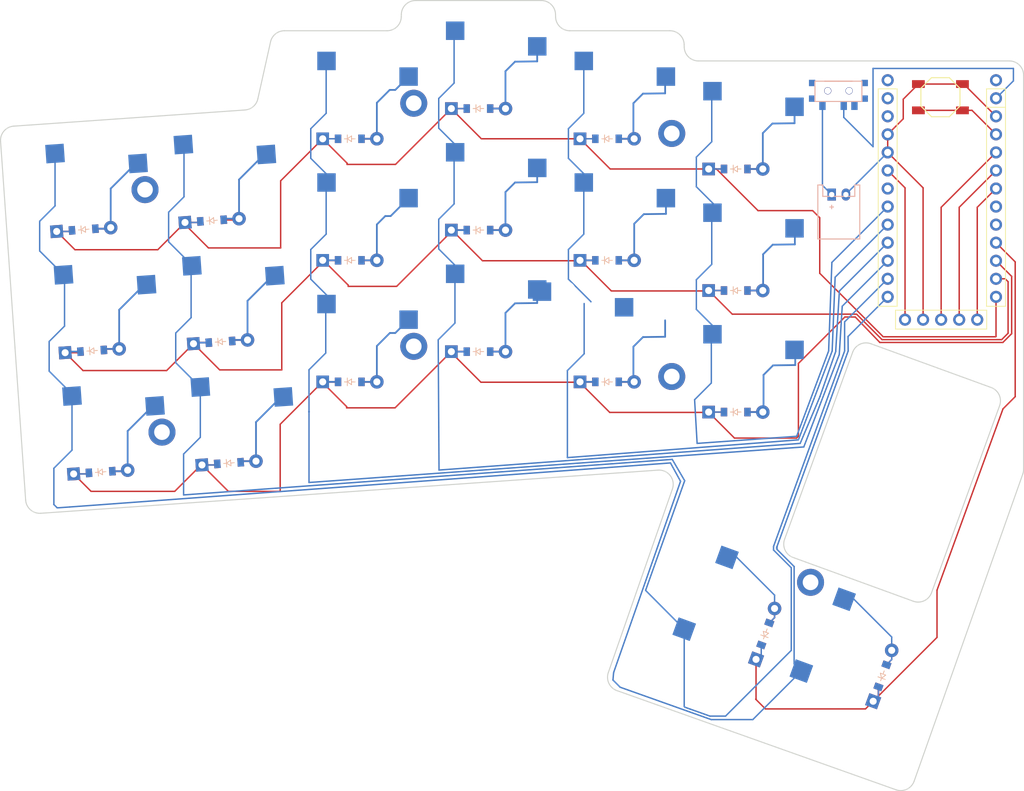
<source format=kicad_pcb>
(kicad_pcb (version 20240108) (generator "pcbnew") (generator_version "8.0")
  (layers (0 "F.Cu" signal) (31 "B.Cu" signal) (34 "B.Paste" user) (35 "F.Paste" user) (36 "B.SilkS" user "B.Silkscreen") (37 "F.SilkS" user "F.Silkscreen") (38 "B.Mask" user) (39 "F.Mask" user) (44 "Edge.Cuts" user))
  (net 0 "")
  (net 1 "P106")
  (net 2 "outer_bottom")
  (net 3 "outer_home")
  (net 4 "outer_top")
  (net 5 "P104")
  (net 6 "pinky_bottom")
  (net 7 "pinky_home")
  (net 8 "pinky_top")
  (net 9 "P011")
  (net 10 "ring_bottom")
  (net 11 "ring_home")
  (net 12 "ring_top")
  (net 13 "P100")
  (net 14 "middle_bottom")
  (net 15 "middle_home")
  (net 16 "middle_top")
  (net 17 "P024")
  (net 18 "index_bottom")
  (net 19 "index_home")
  (net 20 "index_top")
  (net 21 "P022")
  (net 22 "inner_bottom")
  (net 23 "inner_home")
  (net 24 "inner_top")
  (net 25 "home_cluster")
  (net 26 "outer_cluster")
  (net 27 "P111")
  (net 28 "P010")
  (net 29 "P009")
  (net 30 "P113")
  (net 31 "P006")
  (net 32 "P008")
  (net 33 "P017")
  (net 34 "P020")
  (net 35 "P031")
  (net 36 "P029")
  (net 37 "P002")
  (net 38 "P115")
  (net 39 "BPOS")
  (net 40 "BNEG")
  (net 41 "RAW")
  (net 42 "GND")
  (net 43 "RST")
  (net 44 "VCC")
  (net 45 "BAT+")
  (footprint "ComboDiode" (layer "F.Cu") (at 87.637313 84.972821 4)
    (property "Reference" "D2" (hide yes))
    (property "Value" "" (hide yes))
  )
  (footprint "ComboDiode" (layer "F.Cu") (at 141.981669 67.993008)
    (property "Reference" "D11" (hide yes))
    (property "Value" "" (hide yes))
  )
  (footprint "PG1350" (layer "F.Cu") (at 178.181669 71.493008)
    (property "Reference" "S17" (hide yes))
    (property "Value" "" (hide yes))
  )
  (footprint "JST_PH_S2B-PH-K_02x2.00mm_Angled" (layer "F.Cu") (at 192.681669 62.993008)
    (property "Reference" "JST1" (hide yes))
    (property "Value" "" (hide yes))
  )
  (footprint "PG1350" (layer "F.Cu") (at 88.481366 97.043346 4)
    (property "Reference" "S1" (hide yes))
    (property "Value" "" (hide yes))
  )
  (footprint "ComboDiode" (layer "F.Cu") (at 141.981669 85.093008)
    (property "Reference" "D10" (hide yes))
    (property "Value" "" (hide yes))
  )
  (footprint "ComboDiode" (layer "F.Cu") (at 105.693222 83.710229 4)
    (property "Reference" "D5" (hide yes))
    (property "Value" "" (hide yes))
  )
  (footprint "PG1350" (layer "F.Cu") (at 178.181669 88.593008)
    (property "Reference" "S16" (hide yes))
    (property "Value" "" (hide yes))
  )
  (footprint "ComboDiode" (layer "F.Cu") (at 198.820682 130.698572 70)
    (property "Reference" "D20" (hide yes))
    (property "Value" "" (hide yes))
  )
  (footprint "ceoloide:mounting_hole_plated" (layer "F.Cu") (at 97.459443 96.415538 4)
    (property "Reference" "H2" (hide yes))
    (property "Value" "")
  )
  (footprint "ComboDiode" (layer "F.Cu") (at 160.081669 72.243008)
    (property "Reference" "D14" (hide yes))
    (property "Value" "" (hide yes))
  )
  (footprint "E73:SW_TACT_ALPS_SKQGABE010" (layer "F.Cu") (at 206.981669 49.293008)
    (property "Reference" "B1" (hide yes))
    (property "Value" "" (hide yes))
  )
  (footprint "ComboDiode" (layer "F.Cu") (at 178.181669 76.493008)
    (property "Reference" "D17" (hide yes))
    (property "Value" "" (hide yes))
  )
  (footprint "PG1350" (layer "F.Cu") (at 87.28853 79.985001 4)
    (property "Reference" "S2" (hide yes))
    (property "Value" "" (hide yes))
  )
  (footprint "PG1350" (layer "F.Cu") (at 160.081669 67.243008)
    (property "Reference" "S14" (hide yes))
    (property "Value" "" (hide yes))
  )
  (footprint "ComboDiode" (layer "F.Cu") (at 160.081669 89.343008)
    (property "Reference" "D13" (hide yes))
    (property "Value" "" (hide yes))
  )
  (footprint "ComboDiode" (layer "F.Cu") (at 160.081669 55.143008)
    (property "Reference" "D15" (hide yes))
    (property "Value" "" (hide yes))
  )
  (footprint "ComboDiode" (layer "F.Cu") (at 88.830148 102.031166 4)
    (property "Reference" "D1" (hide yes))
    (property "Value" "" (hide yes))
  )
  (footprint "PG1350" (layer "F.Cu") (at 86.095695 62.926655 4)
    (property "Reference" "S3" (hide yes))
    (property "Value" "" (hide yes))
  )
  (footprint "ComboDiode" (layer "F.Cu") (at 178.181669 93.593008)
    (property "Reference" "D16" (hide yes))
    (property "Value" "" (hide yes))
  )
  (footprint "PG1350" (layer "F.Cu") (at 104.151604 61.664063 4)
    (property "Reference" "S6" (hide yes))
    (property "Value" "" (hide yes))
  )
  (footprint "ComboDiode" (layer "F.Cu") (at 104.500386 66.651883 4)
    (property "Reference" "D6" (hide yes))
    (property "Value" "" (hide yes))
  )
  (footprint "PG1350" (layer "F.Cu") (at 123.881669 84.343008)
    (property "Reference" "S7" (hide yes))
    (property "Value" "" (hide yes))
  )
  (footprint "ceoloide:mounting_hole_plated" (layer "F.Cu") (at 169.181669 88.593008)
    (property "Reference" "H6" (hide yes))
    (property "Value" "")
  )
  (footprint "PG1350" (layer "F.Cu") (at 141.981669 62.993008)
    (property "Reference" "S11" (hide yes))
    (property "Value" "" (hide yes))
  )
  (footprint "ComboDiode" (layer "F.Cu") (at 123.881669 89.343008)
    (property "Reference" "D7" (hide yes))
    (property "Value" "" (hide yes))
  )
  (footprint "E73:SPDT_C128955" (layer "F.Cu") (at 192.631669 48.393008)
    (property "Reference" "T1" (hide yes))
    (property "Value" "" (hide yes))
  )
  (footprint "PG1350" (layer "F.Cu") (at 177.643396 123.097088 70)
    (property "Reference" "S19" (hide yes))
    (property "Value" "" (hide yes))
  )
  (footprint "ComboDiode" (layer "F.Cu") (at 123.881669 55.143008)
    (property "Reference" "D9" (hide yes))
    (property "Value" "" (hide yes))
  )
  (footprint "PG1350" (layer "F.Cu") (at 141.981669 80.093008)
    (property "Reference" "S10" (hide yes))
    (property "Value" "" (hide yes))
  )
  (footprint "ComboDiode" (layer "F.Cu") (at 86.444477 67.914476 4)
    (property "Reference" "D3" (hide yes))
    (property "Value" "" (hide yes))
  )
  (footprint "ComboDiode" (layer "F.Cu") (at 178.181669 59.393008)
    (property "Reference" "D18" (hide yes))
    (property "Value" "" (hide yes))
  )
  (footprint "ceoloide:mounting_hole_plated" (layer "F.Cu") (at 188.708965 117.547026 70)
    (property "Reference" "H7" (hide yes))
    (property "Value" "")
  )
  (footprint "PG1350" (layer "F.Cu") (at 178.181669 54.393008)
    (property "Reference" "S18" (hide yes))
    (property "Value" "" (hide yes))
  )
  (footprint "ceoloide:mounting_hole_plated" (layer "F.Cu") (at 132.881669 50.143008)
    (property "Reference" "H3" (hide yes))
    (property "Value" "")
  )
  (footprint "ceoloide:display_nice_view" (layer "F.Cu") (at 207.081669 63.893008)
    (property "Reference" "DISP1" (hide yes))
    (property "Value" "")
  )
  (footprint "PG1350" (layer "F.Cu") (at 154.2 82.6)
    (property "Reference" "S13" (hide yes))
    (property "Value" "" (hide yes))
  )
  (footprint "ComboDiode" (layer "F.Cu") (at 141.981669 50.893008)
    (property "Reference" "D12" (hide yes))
    (property "Value" "" (hide yes))
  )
  (footprint "PG1350" (layer "F.Cu") (at 194.122219 128.988472 70)
    (property "Reference" "S20" (hide yes))
    (property "Value" "" (hide yes))
  )
  (footprint "nice_nano" (layer "F.Cu") (at 207.181669 62.143008)
    (property "Reference" "")
    (property "Value" "")
  )
  (footprint "PG1350" (layer "F.Cu") (at 160.081669 50.143008)
    (property "Reference" "S15" (hide yes))
    (property "Value" "" (hide yes))
  )
  (footprint "ComboDiode" (layer "F.Cu") (at 123.881669 72.243008)
    (property "Reference" "D8" (hide yes))
    (property "Value" "" (hide yes))
  )
  (footprint "ceoloide:mounting_hole_plated" (layer "F.Cu") (at 169.181669 54.393008)
    (property "Reference" "H5" (hide yes))
    (property "Value" "")
  )
  (footprint "ceoloide:mounting_hole_plated" (layer "F.Cu") (at 95.073771 62.298847 4)
    (property "Reference" "H1" (hide yes))
    (property "Value" "")
  )
  (footprint "PG1350" (layer "F.Cu") (at 123.881669 67.243008)
    (property "Reference" "S8" (hide yes))
    (property "Value" "" (hide yes))
  )
  (footprint "PG1350" (layer "F.Cu") (at 105.34444 78.722408 4)
    (property "Reference" "S5" (hide yes))
    (property "Value" "" (hide yes))
  )
  (footprint "PG1350" (layer "F.Cu") (at 141.981669 45.893008)
    (property "Reference" "S12" (hide yes))
    (property "Value" "" (hide yes))
  )
  (footprint "ComboDiode" (layer "F.Cu") (at 106.886058 100.768574 4)
    (property "Reference" "D4" (hide yes))
    (property "Value" "" (hide yes))
  )
  (footprint "PG1350" (layer "F.Cu") (at 106.537275 95.780754 4)
    (property "Reference" "S4" (hide yes))
    (property "Value" "" (hide yes))
  )
  (footprint "PG1350" (layer "F.Cu") (at 123.881669 50.143008)
    (property "Reference" "S9" (hide yes))
    (property "Value" "" (hide yes))
  )
  (footprint "ComboDiode" (layer "F.Cu") (at 182.341859 124.807189 70)
    (property "Reference" "D19" (hide yes))
    (property "Value" "" (hide yes))
  )
  (footprint "ceoloide:mounting_hole_plated" (layer "F.Cu") (at 132.881669 84.343008)
    (property "Reference" "H4" (hide yes))
    (property "Value" "")
  )
  (gr_arc (start 110.946839 49.530312) (mid 110.299465 50.611351) (end 109.134164 51.090741) (stroke (width 0.15)) (layer "Edge.Cuts"))
  (gr_arc (start 203.283937 145.515944) (mid 202.258738 146.654413) (end 200.728737 146.733426) (stroke (width 0.15)) (layer "Edge.Cuts"))
  (gr_line (start 161.475426 132.78374) (end 200.728737 146.733426) (stroke (width 0.15)) (layer "Edge.Cuts"))
  (gr_line (start 194.633332 85.17509) (end 185.056768 111.486484) (stroke (width 0.15)) (layer "Edge.Cuts"))
  (gr_arc (start 214.111224 90.136107) (mid 215.2398 91.170256) (end 215.30657 92.699533) (stroke (width 0.15)) (layer "Edge.Cuts"))
  (gr_arc (start 172.935163 44.193007) (mid 171.537682 43.623757) (end 170.935717 42.240054) (stroke (width 0.15)) (layer "Edge.Cuts"))
  (gr_arc (start 205.730006 119.010926) (mid 204.695857 120.139502) (end 203.16658 120.206272) (stroke (width 0.15)) (layer "Edge.Cuts"))
  (gr_arc (start 154.835163 39.943007) (mid 153.437682 39.373757) (end 152.835717 37.990054) (stroke (width 0.15)) (layer "Edge.Cuts"))
  (gr_line (start 80.414318 107.832356) (end 167.246393 101.760466) (stroke (width 0.15)) (layer "Edge.Cuts"))
  (gr_line (start 214.111224 90.136108) (end 197.196757 83.979745) (stroke (width 0.15)) (layer "Edge.Cuts"))
  (gr_arc (start 74.75 55.5) (mid 75.235709 54.048369) (end 76.605615 53.365359) (stroke (width 0.15)) (layer "Edge.Cuts"))
  (gr_arc (start 150.828174 35.693009) (mid 152.225655 36.262259) (end 152.82762 37.645962) (stroke (width 0.15)) (layer "Edge.Cuts"))
  (gr_line (start 216.681669 44.193008) (end 172.935163 44.193008) (stroke (width 0.15)) (layer "Edge.Cuts"))
  (gr_line (start 186.252113 114.049909) (end 203.16658 120.206272) (stroke (width 0.15)) (layer "Edge.Cuts"))
  (gr_arc (start 80.414318 107.832356) (mid 78.962687 107.346647) (end 78.279677 105.976741) (stroke (width 0.15)) (layer "Edge.Cuts"))
  (gr_line (start 203.283937 145.515944) (end 218.56715 102.316705) (stroke (width 0.15)) (layer "Edge.Cuts"))
  (gr_line (start 170.935717 42.240054) (end 170.92762 41.895962) (stroke (width 0.15)) (layer "Edge.Cuts"))
  (gr_arc (start 218.681669 101.649651) (mid 218.652831 101.988057) (end 218.56715 102.316705) (stroke (width 0.15)) (layer "Edge.Cuts"))
  (gr_line (start 150.828174 35.693008) (end 133.135163 35.693008) (stroke (width 0.15)) (layer "Edge.Cuts"))
  (gr_arc (start 216.681669 44.193008) (mid 218.095883 44.778794) (end 218.681669 46.193008) (stroke (width 0.15)) (layer "Edge.Cuts"))
  (gr_arc (start 112.733119 41.508309) (mid 113.434187 40.382656) (end 114.685307 39.943008) (stroke (width 0.15)) (layer "Edge.Cuts"))
  (gr_line (start 112.733119 41.50831) (end 110.946839 49.530312) (stroke (width 0.15)) (layer "Edge.Cuts"))
  (gr_arc (start 168.928174 39.943009) (mid 170.325655 40.512259) (end 170.92762 41.895962) (stroke (width 0.15)) (layer "Edge.Cuts"))
  (gr_line (start 152.835717 37.990054) (end 152.82762 37.645962) (stroke (width 0.15)) (layer "Edge.Cuts"))
  (gr_line (start 169.274114 104.414889) (end 160.256936 130.239909) (stroke (width 0.15)) (layer "Edge.Cuts"))
  (gr_line (start 218.681669 101.649651) (end 218.681669 46.193008) (stroke (width 0.15)) (layer "Edge.Cuts"))
  (gr_arc (start 186.252113 114.049909) (mid 185.123538 113.015761) (end 185.056768 111.486484) (stroke (width 0.15)) (layer "Edge.Cuts"))
  (gr_arc (start 194.633332 85.17509) (mid 195.66748 84.046515) (end 197.196757 83.979745) (stroke (width 0.15)) (layer "Edge.Cuts"))
  (gr_line (start 76.605615 53.365359) (end 109.134164 51.090741) (stroke (width 0.15)) (layer "Edge.Cuts"))
  (gr_arc (start 131.135716 37.645962) (mid 131.737681 36.262258) (end 133.135163 35.693008) (stroke (width 0.15)) (layer "Edge.Cuts"))
  (gr_arc (start 167.246393 101.760466) (mid 168.975237 102.541499) (end 169.274114 104.414889) (stroke (width 0.15)) (layer "Edge.Cuts"))
  (gr_line (start 205.730005 119.010927) (end 215.306569 92.699533) (stroke (width 0.15)) (layer "Edge.Cuts"))
  (gr_line (start 168.928174 39.943008) (end 154.835163 39.943008) (stroke (width 0.15)) (layer "Edge.Cuts"))
  (gr_line (start 131.135717 37.645963) (end 131.12762 37.990054) (stroke (width 0.15)) (layer "Edge.Cuts"))
  (gr_arc (start 161.475426 132.783741) (mid 160.341394 131.763197) (end 160.256936 130.239909) (stroke (width 0.15)) (layer "Edge.Cuts"))
  (gr_arc (start 131.127621 37.990054) (mid 130.525656 39.373758) (end 129.128174 39.943008) (stroke (width 0.15)) (layer "Edge.Cuts"))
  (gr_line (start 129.128174 39.943008) (end 114.685307 39.943008) (stroke (width 0.15)) (layer "Edge.Cuts"))
  (gr_line (start 74.75 55.5) (end 78.279677 105.976741) (stroke (width 0.15)) (layer "Edge.Cuts"))
  (segment (start 82.719907 107.069668) (end 82.25 106.599761) (width 0.2) (layer "B.Cu") (net 1))
  (segment (start 161.923452 132.306196) (end 160.90964 131.292384) (width 0.2) (layer "B.Cu") (net 1))
  (segment (start 82.25 106.599761) (end 82.25 101.5) (width 0.2) (layer "B.Cu") (net 1))
  (segment (start 180.58505 136.856827) (end 174.728568 136.856827) (width 0.2) (layer "B.Cu") (net 1))
  (segment (start 84.799293 98.950707) (end 84.799293 91.336292) (width 0.2) (layer "B.Cu") (net 1))
  (segment (start 187.410932 130.030945) (end 186.396664 129.016677) (width 0.2) (layer "B.Cu") (net 1))
  (segment (start 83.75 81.5) (end 81.586378 83.663622) (width 0.2) (layer "B.Cu") (net 1))
  (segment (start 81.586378 83.663622) (end 81.586378 87.835112) (width 0.2) (layer "B.Cu") (net 1))
  (segment (start 183.911438 112.721403) (end 194 85) (width 0.2) (layer "B.Cu") (net 1))
  (segment (start 80.25 66.75) (end 80.25 70.92149) (width 0.2) (layer "B.Cu") (net 1))
  (segment (start 193.984088 82.960589) (end 199.561669 77.383008) (width 0.2) (layer "B.Cu") (net 1))
  (segment (start 187.410932 130.030945) (end 180.58505 136.856827) (width 0.2) (layer "B.Cu") (net 1))
  (segment (start 183.992484 112.919608) (end 183.992484 112.5) (width 0.2) (layer "B.Cu") (net 1))
  (segment (start 82.413622 64.586378) (end 80.25 66.75) (width 0.2) (layer "B.Cu") (net 1))
  (segment (start 80.25 70.92149) (end 83.606457 74.277947) (width 0.2) (layer "B.Cu") (net 1))
  (segment (start 82.25 101.5) (end 84.799293 98.950707) (width 0.2) (layer "B.Cu") (net 1))
  (segment (start 186.396664 129.016677) (end 186.396664 115.323788) (width 0.2) (layer "B.Cu") (net 1))
  (segment (start 82.413622 57.219601) (end 82.413622 64.586378) (width 0.2) (layer "B.Cu") (net 1))
  (segment (start 174.728568 136.856827) (end 161.923452 132.306196) (width 0.2) (layer "B.Cu") (net 1))
  (segment (start 170.416667 103.333333) (end 169 100.75) (width 0.2) (layer "B.Cu") (net 1))
  (segment (start 83.75 74.133223) (end 83.75 81.5) (width 0.2) (layer "B.Cu") (net 1))
  (segment (start 84.461393 106.947891) (end 82.719907 107.069668) (width 0.2) (layer "B.Cu") (net 1))
  (segment (start 194 85) (end 193.984088 82.960589) (width 0.2) (layer "B.Cu") (net 1))
  (segment (start 81.586378 87.835112) (end 84.942835 91.191569) (width 0.2) (layer "B.Cu") (net 1))
  (segment (start 186.396664 115.323788) (end 183.992484 112.919608) (width 0.2) (layer "B.Cu") (net 1))
  (segment (start 161 130.25) (end 170.416667 103.333333) (width 0.2) (layer "B.Cu") (net 1))
  (segment (start 169 100.75) (end 84.461393 106.947891) (width 0.2) (layer "B.Cu") (net 1))
  (segment (start 160.90964 131.292384) (end 161 130.25) (width 0.2) (layer "B.Cu") (net 1))
  (segment (start 90.476129 101.916068) (end 92.480193 101.916068) (width 0.25) (layer "F.Cu") (net 2))
  (segment (start 92.480193 101.916068) (end 92.630867 101.765394) (width 0.25) (layer "F.Cu") (net 2))
  (segment (start 92.630867 101.765394) (end 92.630867 96.263102) (width 0.25) (layer "B.Cu") (net 2))
  (segment (start 90.476129 101.916068) (end 92.480193 101.916068) (width 0.25) (layer "B.Cu") (net 2))
  (segment (start 92.480193 101.916068) (end 92.630867 101.765394) (width 0.25) (layer "B.Cu") (net 2))
  (segment (start 92.630867 96.263102) (end 96.168723 92.725246) (width 0.25) (layer "B.Cu") (net 2))
  (segment (start 96.168723 92.725246) (end 96.474622 92.725246) (width 0.25) (layer "B.Cu") (net 2))
  (segment (start 89.433968 84.707049) (end 89.283294 84.857723) (width 0.25) (layer "F.Cu") (net 3))
  (segment (start 91.438032 84.707049) (end 89.433968 84.707049) (width 0.25) (layer "F.Cu") (net 3))
  (segment (start 94.975887 75.666901) (end 95.281786 75.666901) (width 0.25) (layer "B.Cu") (net 3))
  (segment (start 89.433968 84.707049) (end 89.283294 84.857723) (width 0.25) (layer "B.Cu") (net 3))
  (segment (start 91.438032 79.204756) (end 94.975887 75.666901) (width 0.25) (layer "B.Cu") (net 3))
  (segment (start 91.438032 84.707049) (end 89.433968 84.707049) (width 0.25) (layer "B.Cu") (net 3))
  (segment (start 91.438032 84.707049) (end 91.438032 79.204756) (width 0.25) (layer "B.Cu") (net 3))
  (segment (start 90.094522 67.799378) (end 90.245196 67.648704) (width 0.25) (layer "F.Cu") (net 4))
  (segment (start 88.090458 67.799378) (end 90.094522 67.799378) (width 0.25) (layer "F.Cu") (net 4))
  (segment (start 90.245196 67.648704) (end 90.245196 62.146411) (width 0.25) (layer "B.Cu") (net 4))
  (segment (start 90.094522 67.799378) (end 90.245196 67.648704) (width 0.25) (layer "B.Cu") (net 4))
  (segment (start 93.783052 58.608555) (end 94.088951 58.608555) (width 0.25) (layer "B.Cu") (net 4))
  (segment (start 90.245196 62.146411) (end 93.783052 58.608555) (width 0.25) (layer "B.Cu") (net 4))
  (segment (start 88.090458 67.799378) (end 90.094522 67.799378) (width 0.25) (layer "B.Cu") (net 4))
  (segment (start 171.789817 135.387958) (end 174.546985 136.367789) (width 0.2) (layer "B.Cu") (net 5))
  (segment (start 176.75 136.367789) (end 185.996664 127.121125) (width 0.2) (layer "B.Cu") (net 5))
  (segment (start 100.5 99.5) (end 100.5 105.25) (width 0.2) (layer "B.Cu") (net 5))
  (segment (start 171.045033 135.12328) (end 171.789817 135.387958) (width 0.2) (layer "B.Cu") (net 5))
  (segment (start 174.546985 136.367789) (end 176.75 136.367789) (width 0.2) (layer "B.Cu") (net 5))
  (segment (start 102.855202 90.0737) (end 102.855202 97.144798) (width 0.2) (layer "B.Cu") (net 5))
  (segment (start 185.996664 115.496664) (end 183.5 113) (width 0.2) (layer "B.Cu") (net 5))
  (segment (start 100.557165 55.941654) (end 100.557165 63.308431) (width 0.2) (layer "B.Cu") (net 5))
  (segment (start 99.393543 86.643543) (end 102.75 90) (width 0.2) (layer "B.Cu") (net 5))
  (segment (start 100.5 105.25) (end 169.25 100.25) (width 0.2) (layer "B.Cu") (net 5))
  (segment (start 98.393543 65.472053) (end 98.393543 69.643543) (width 0.2) (layer "B.Cu") (net 5))
  (segment (start 171 103.25) (end 165.5 118.679712) (width 0.2) (layer "B.Cu") (net 5))
  (segment (start 193.5 80.904677) (end 199.561669 74.843008) (width 0.2) (layer "B.Cu") (net 5))
  (segment (start 169.25 100.25) (end 171 103.25) (width 0.2) (layer "B.Cu") (net 5))
  (segment (start 100.557165 63.308431) (end 98.393543 65.472053) (width 0.2) (layer "B.Cu") (net 5))
  (segment (start 183.5 113) (end 183.5 112.5) (width 0.2) (layer "B.Cu") (net 5))
  (segment (start 170.932109 135.010356) (end 171.045033 135.12328) (width 0.2) (layer "B.Cu") (net 5))
  (segment (start 170.932109 124.139561) (end 170.932109 135.010356) (width 0.2) (layer "B.Cu") (net 5))
  (segment (start 183.5 112.5) (end 193.5 85) (width 0.2) (layer "B.Cu") (net 5))
  (segment (start 101.557165 72.941654) (end 101.557165 80.308431) (width 0.2) (layer "B.Cu") (net 5))
  (segment (start 99.393543 82.472053) (end 99.393543 86.643543) (width 0.2) (layer "B.Cu") (net 5))
  (segment (start 165.5 118.679712) (end 170.932109 124.139561) (width 0.2) (layer "B.Cu") (net 5))
  (segment (start 102.855202 97.144798) (end 100.5 99.5) (width 0.2) (layer "B.Cu") (net 5))
  (segment (start 101.557165 80.308431) (end 99.393543 82.472053) (width 0.2) (layer "B.Cu") (net 5))
  (segment (start 98.393543 69.643543) (end 101.75 73) (width 0.2) (layer "B.Cu") (net 5))
  (segment (start 185.996664 127.121125) (end 185.996664 115.496664) (width 0.2) (layer "B.Cu") (net 5))
  (segment (start 193.5 85) (end 193.5 80.904677) (width 0.2) (layer "B.Cu") (net 5))
  (segment (start 110.686777 100.502802) (end 108.682713 100.502802) (width 0.25) (layer "F.Cu") (net 6))
  (segment (start 108.682713 100.502802) (end 108.532039 100.653476) (width 0.25) (layer "F.Cu") (net 6))
  (segment (start 110.686777 100.502802) (end 110.686777 95.000509) (width 0.25) (layer "B.Cu") (net 6))
  (segment (start 110.686777 100.502802) (end 108.682713 100.502802) (width 0.25) (layer "B.Cu") (net 6))
  (segment (start 108.682713 100.502802) (end 108.532039 100.653476) (width 0.25) (layer "B.Cu") (net 6))
  (segment (start 110.686777 95.000509) (end 114.224632 91.462654) (width 0.25) (layer "B.Cu") (net 6))
  (segment (start 114.224632 91.462654) (end 114.530531 91.462654) (width 0.25) (layer "B.Cu") (net 6))
  (segment (start 109.493941 83.444457) (end 107.489877 83.444457) (width 0.25) (layer "F.Cu") (net 7))
  (segment (start 107.489877 83.444457) (end 107.339203 83.595131) (width 0.25) (layer "F.Cu") (net 7))
  (segment (start 109.493941 83.444457) (end 107.489877 83.444457) (width 0.25) (layer "B.Cu") (net 7))
  (segment (start 113.031797 74.404308) (end 113.337696 74.404308) (width 0.25) (layer "B.Cu") (net 7))
  (segment (start 107.489877 83.444457) (end 107.339203 83.595131) (width 0.25) (layer "B.Cu") (net 7))
  (segment (start 109.493941 83.444457) (end 109.493941 77.942164) (width 0.25) (layer "B.Cu") (net 7))
  (segment (start 109.493941 77.942164) (end 113.031797 74.404308) (width 0.25) (layer "B.Cu") (net 7))
  (segment (start 106.146367 66.536785) (end 108.150431 66.536785) (width 0.25) (layer "F.Cu") (net 8))
  (segment (start 108.150431 66.536785) (end 108.301105 66.386111) (width 0.25) (layer "F.Cu") (net 8))
  (segment (start 108.301105 66.386111) (end 108.301105 60.883819) (width 0.25) (layer "B.Cu") (net 8))
  (segment (start 111.838961 57.345963) (end 112.14486 57.345963) (width 0.25) (layer "B.Cu") (net 8))
  (segment (start 108.301105 66.386111) (end 106.297041 66.386111) (width 0.25) (layer "B.Cu") (net 8))
  (segment (start 108.301105 60.883819) (end 111.838961 57.345963) (width 0.25) (layer "B.Cu") (net 8))
  (segment (start 106.297041 66.386111) (end 106.146367 66.536785) (width 0.25) (layer "B.Cu") (net 8))
  (segment (start 118.139606 93.5665) (end 118.139612 93.5665) (width 0.2) (layer "B.Cu") (net 9))
  (segment (start 120.557165 61.191654) (end 120.557165 68.558431) (width 0.2) (layer "B.Cu") (net 9))
  (segment (start 120.557165 44.191654) (end 120.557165 51.558431) (width 0.2) (layer "B.Cu") (net 9))
  (segment (start 193.165861 78.698816) (end 199.561669 72.303008) (width 0.2) (layer "B.Cu") (net 9))
  (segment (start 118.393543 53.722053) (end 118.393543 57.893543) (width 0.2) (layer "B.Cu") (net 9))
  (segment (start 120.5 85.285549) (end 118.144798 87.640751) (width 0.2) (layer "B.Cu") (net 9))
  (segment (start 118.393543 74.893543) (end 121.75 78.25) (width 0.2) (layer "B.Cu") (net 9))
  (segment (start 118.144798 93.5) (end 118.144798 93.566137) (width 0.2) (layer "B.Cu") (net 9))
  (segment (start 120.5 78.214451) (end 120.5 85.285549) (width 0.2) (layer "B.Cu") (net 9))
  (segment (start 192.75 85.5) (end 193.165861 78.698816) (width 0.2) (layer "B.Cu") (net 9))
  (segment (start 120.557165 51.558431) (end 118.393543 53.722053) (width 0.2) (layer "B.Cu") (net 9))
  (segment (start 118.144798 103.5) (end 187.756873 98.5) (width 0.2) (layer "B.Cu") (net 9))
  (segment (start 118.144798 87.640751) (end 118.144798 93.5) (width 0.2) (layer "B.Cu") (net 9))
  (segment (start 118.144798 93.566137) (end 118.139606 93.5665) (width 0.2) (layer "B.Cu") (net 9))
  (segment (start 118.393543 57.893543) (end 121.75 61.25) (width 0.2) (layer "B.Cu") (net 9))
  (segment (start 118.393543 70.722053) (end 118.393543 74.893543) (width 0.2) (layer "B.Cu") (net 9))
  (segment (start 118.144798 93.5) (end 118.144798 103.5) (width 0.2) (layer "B.Cu") (net 9))
  (segment (start 187.75 98.517894) (end 192.75 85.5) (width 0.2) (layer "B.Cu") (net 9))
  (segment (start 120.557165 68.558431) (end 118.393543 70.722053) (width 0.2) (layer "B.Cu") (net 9))
  (segment (start 127.691669 89.343008) (end 125.531669 89.343008) (width 0.25) (layer "F.Cu") (net 10))
  (segment (start 129.522985 82.468008) (end 130.281669 82.468008) (width 0.25) (layer "B.Cu") (net 10))
  (segment (start 130.281669 82.468008) (end 132.156669 80.593008) (width 0.25) (layer "B.Cu") (net 10))
  (segment (start 127.691669 89.343008) (end 127.691669 84.299324) (width 0.25) (layer "B.Cu") (net 10))
  (segment (start 127.691669 84.299324) (end 129.522985 82.468008) (width 0.25) (layer "B.Cu") (net 10))
  (segment (start 125.531669 89.343008) (end 127.691669 89.343008) (width 0.25) (layer "B.Cu") (net 10))
  (segment (start 125.531669 72.243008) (end 127.691669 72.243008) (width 0.25) (layer "F.Cu") (net 11))
  (segment (start 127.691669 67.199324) (end 128.873885 66.017108) (width 0.25) (layer "B.Cu") (net 11))
  (segment (start 128.873885 66.017108) (end 129.632569 66.017108) (width 0.25) (layer "B.Cu") (net 11))
  (segment (start 127.691669 72.243008) (end 127.691669 67.199324) (width 0.25) (layer "B.Cu") (net 11))
  (segment (start 125.531669 72.243008) (end 127.691669 72.243008) (width 0.25) (layer "B.Cu") (net 11))
  (segment (start 129.632569 66.017108) (end 132.156669 63.493008) (width 0.25) (layer "B.Cu") (net 11))
  (segment (start 125.531669 55.143008) (end 127.691669 55.143008) (width 0.25) (layer "F.Cu") (net 12))
  (segment (start 127.691669 55.143008) (end 127.691669 50.076339) (width 0.25) (layer "B.Cu") (net 12))
  (segment (start 130.281669 48.268008) (end 132.156669 46.393008) (width 0.25) (layer "B.Cu") (net 12))
  (segment (start 129.5 48.268008) (end 130.281669 48.268008) (width 0.25) (layer "B.Cu") (net 12))
  (segment (start 125.531669 55.143008) (end 127.691669 55.143008) (width 0.25) (layer "B.Cu") (net 12))
  (segment (start 127.691669 50.076339) (end 129.5 48.268008) (width 0.25) (layer "B.Cu") (net 12))
  (segment (start 199.561669 69.763008) (end 192.765861 76.558816) (width 0.2) (layer "B.Cu") (net 13))
  (segment (start 136.393543 53.643543) (end 139.75 57) (width 0.2) (layer "B.Cu") (net 13))
  (segment (start 192.25 85) (end 192.25 85.071066) (width 0.2) (layer "B.Cu") (net 13))
  (segment (start 138.557165 39.941654) (end 138.557165 47.308431) (width 0.2) (layer "B.Cu") (net 13))
  (segment (start 138.557165 56.941654) (end 138.557165 64.308431) (width 0.2) (layer "B.Cu") (net 13))
  (segment (start 190.027011 91.425958) (end 187.25 98) (width 0.2) (layer "B.Cu") (net 13))
  (segment (start 138.557165 64.308431) (end 136.393543 66.472053) (width 0.2) (layer "B.Cu") (net 13))
  (segment (start 136.322399 83.427601) (end 138.677601 81.072399) (width 0.2) (layer "B.Cu") (net 13))
  (segment (start 190.027012 91.425957) (end 190.027011 91.425958) (width 0.2) (layer "B.Cu") (net 13))
  (segment (start 138.677601 81.072399) (end 138.677601 74.001301) (width 0.2) (layer "B.Cu") (net 13))
  (segment (start 136.393543 49.472053) (end 136.393543 53.643543) (width 0.2) (layer "B.Cu") (net 13))
  (segment (start 187.25 98) (end 136.437292 101.75) (width 0.2) (layer "B.Cu") (net 13))
  (segment (start 136.437292 101.75) (end 136.322399 83.427601) (width 0.2) (layer "B.Cu") (net 13))
  (segment (start 138.557165 47.308431) (end 136.393543 49.472053) (width 0.2) (layer "B.Cu") (net 13))
  (segment (start 192.765861 76.558816) (end 192.25 85) (width 0.2) (layer "B.Cu") (net 13))
  (segment (start 192.25 85.071066) (end 190.027012 91.425957) (width 0.2) (layer "B.Cu") (net 13))
  (segment (start 136.393543 66.472053) (end 136.393543 70.643543) (width 0.2) (layer "B.Cu") (net 13))
  (segment (start 136.393543 70.643543) (end 139.75 74) (width 0.2) (layer "B.Cu") (net 13))
  (segment (start 143.631669 85.093008) (end 145.791669 85.093008) (width 0.25) (layer "F.Cu") (net 14))
  (segment (start 143.631669 85.093008) (end 145.791669 85.093008) (width 0.25) (layer "B.Cu") (net 14))
  (segment (start 145.785 84.686339) (end 145.785 79.642655) (width 0.25) (layer "B.Cu") (net 14))
  (segment (start 150.25 78.25) (end 150.25 75.936339) (width 0.25) (layer "B.Cu") (net 14))
  (segment (start 147.134324 78.293331) (end 150.25 78.25) (width 0.25) (layer "B.Cu") (net 14))
  (segment (start 145.785 79.642655) (end 147.134324 78.293331) (width 0.25) (layer "B.Cu") (net 14))
  (segment (start 145.791669 67.993008) (end 143.631669 67.993008) (width 0.25) (layer "F.Cu") (net 15))
  (segment (start 145.785 62.642655) (end 147.134324 61.293331) (width 0.25) (layer "B.Cu") (net 15))
  (segment (start 145.785 67.686339) (end 145.785 62.642655) (width 0.25) (layer "B.Cu") (net 15))
  (segment (start 143.631669 67.993008) (end 145.791669 67.993008) (width 0.25) (layer "B.Cu") (net 15))
  (segment (start 150.25 61.25) (end 150.25 58.936339) (width 0.25) (layer "B.Cu") (net 15))
  (segment (start 147.134324 61.293331) (end 150.25 61.25) (width 0.25) (layer "B.Cu") (net 15))
  (segment (start 143.631669 50.893008) (end 145.791669 50.893008) (width 0.25) (layer "F.Cu") (net 16))
  (segment (start 145.791669 50.893008) (end 143.631669 50.893008) (width 0.25) (layer "B.Cu") (net 16))
  (segment (start 145.785 50.686339) (end 145.785 45.642655) (width 0.25) (layer "B.Cu") (net 16))
  (segment (start 150.25 44.25) (end 150.25 41.936339) (width 0.25) (layer "B.Cu") (net 16))
  (segment (start 145.785 45.642655) (end 147.134324 44.293331) (width 0.25) (layer "B.Cu") (net 16))
  (segment (start 147.134324 44.293331) (end 150.25 44.25) (width 0.25) (layer "B.Cu") (net 16))
  (segment (start 156.855202 85.394798) (end 154.5 87.75) (width 0.2) (layer "B.Cu") (net 17))
  (segment (start 156.807165 51.558431) (end 154.643543 53.722053) (width 0.2) (layer "B.Cu") (net 17))
  (segment (start 154.643543 74.893543) (end 158 78.25) (width 0.2) (layer "B.Cu") (net 17))
  (segment (start 156.807165 61.191654) (end 156.807165 68.558431) (width 0.2) (layer "B.Cu") (net 17))
  (segment (start 154.5 100) (end 187 97.5) (width 0.2) (layer "B.Cu") (net 17))
  (segment (start 156.807165 68.558431) (end 154.643543 70.722053) (width 0.2) (layer "B.Cu") (net 17))
  (segment (start 156.807165 44.191654) (end 156.807165 51.558431) (width 0.2) (layer "B.Cu") (net 17))
  (segment (start 154.643543 57.893543) (end 158 61.25) (width 0.2) (layer "B.Cu") (net 17))
  (segment (start 154.643543 70.722053) (end 154.643543 74.893543) (width 0.2) (layer "B.Cu") (net 17))
  (segment (start 187 97.5) (end 191.75 85) (width 0.2) (layer "B.Cu") (net 17))
  (segment (start 154.5 87.75) (end 154.5 100) (width 0.2) (layer "B.Cu") (net 17))
  (segment (start 154.643543 53.722053) (end 154.643543 57.893543) (width 0.2) (layer "B.Cu") (net 17))
  (segment (start 192.166846 74.617831) (end 199.561669 67.223008) (width 0.2) (layer "B.Cu") (net 17))
  (segment (start 191.75 85) (end 192.166846 74.617831) (width 0.2) (layer "B.Cu") (net 17))
  (segment (start 156.855202 78.3237) (end 156.855202 85.394798) (width 0.2) (layer "B.Cu") (net 17))
  (segment (start 161.731669 89.343008) (end 163.891669 89.343008) (width 0.25) (layer "F.Cu") (net 18))
  (segment (start 165.134324 83.043331) (end 168.25 83) (width 0.25) (layer "B.Cu") (net 18))
  (segment (start 163.785 84.392655) (end 165.134324 83.043331) (width 0.25) (layer "B.Cu") (net 18))
  (segment (start 163.785 89.436339) (end 163.785 84.392655) (width 0.25) (layer "B.Cu") (net 18))
  (segment (start 161.731669 89.343008) (end 163.891669 89.343008) (width 0.25) (layer "B.Cu") (net 18))
  (segment (start 168.25 83) (end 168.25 80.686339) (width 0.25) (layer "B.Cu") (net 18))
  (segment (start 163.891669 72.243008) (end 161.731669 72.243008) (width 0.25) (layer "F.Cu") (net 19))
  (segment (start 163.891669 72.243008) (end 161.731669 72.243008) (width 0.25) (layer "B.Cu") (net 19))
  (segment (start 163.900676 72.143008) (end 163.900676 67.099324) (width 0.25) (layer "B.Cu") (net 19))
  (segment (start 165.25 65.75) (end 168.365676 65.706669) (width 0.25) (layer "B.Cu") (net 19))
  (segment (start 163.900676 67.099324) (end 165.25 65.75) (width 0.25) (layer "B.Cu") (net 19))
  (segment (start 168.365676 65.706669) (end 168.365676 63.393008) (width 0.25) (layer "B.Cu") (net 19))
  (segment (start 161.731669 55.143008) (end 163.891669 55.143008) (width 0.25) (layer "F.Cu") (net 20))
  (segment (start 161.731669 55.143008) (end 163.891669 55.143008) (width 0.25) (layer "B.Cu") (net 20))
  (segment (start 168.25 48.75) (end 168.25 46.436339) (width 0.25) (layer "B.Cu") (net 20))
  (segment (start 165.134324 48.793331) (end 168.25 48.75) (width 0.25) (layer "B.Cu") (net 20))
  (segment (start 163.785 50.142655) (end 165.134324 48.793331) (width 0.25) (layer "B.Cu") (net 20))
  (segment (start 163.785 55.186339) (end 163.785 50.142655) (width 0.25) (layer "B.Cu") (net 20))
  (segment (start 172.643543 61.893543) (end 176 65.25) (width 0.2) (layer "B.Cu") (net 21))
  (segment (start 174.75 89.5) (end 172.394798 91.855202) (width 0.2) (layer "B.Cu") (net 21))
  (segment (start 172.75 98) (end 186.75 97) (width 0.2) (layer "B.Cu") (net 21))
  (segment (start 172.643543 79.143543) (end 176 82.5) (width 0.2) (layer "B.Cu") (net 21))
  (segment (start 191.25 85) (end 191.710286 72.534391) (width 0.2) (layer "B.Cu") (net 21))
  (segment (start 174.807165 72.808431) (end 172.643543 74.972053) (width 0.2) (layer "B.Cu") (net 21))
  (segment (start 174.807165 55.558431) (end 172.643543 57.722053) (width 0.2) (layer "B.Cu") (net 21))
  (segment (start 191.710286 72.534391) (end 199.561669 64.683008) (width 0.2) (layer "B.Cu") (net 21))
  (segment (start 172.643543 57.722053) (end 172.643543 61.893543) (width 0.2) (layer "B.Cu") (net 21))
  (segment (start 172.394798 91.855202) (end 172.75 98) (width 0.2) (layer "B.Cu") (net 21))
  (segment (start 174.75 82.428902) (end 174.75 89.5) (width 0.2) (layer "B.Cu") (net 21))
  (segment (start 174.807165 48.191654) (end 174.807165 55.558431) (width 0.2) (layer "B.Cu") (net 21))
  (segment (start 172.643543 74.972053) (end 172.643543 79.143543) (width 0.2) (layer "B.Cu") (net 21))
  (segment (start 186.75 97) (end 191.25 85) (width 0.2) (layer "B.Cu") (net 21))
  (segment (start 174.807165 65.441654) (end 174.807165 72.808431) (width 0.2) (layer "B.Cu") (net 21))
  (segment (start 181.991669 93.593008) (end 179.831669 93.593008) (width 0.25) (layer "F.Cu") (net 22))
  (segment (start 183.442162 87.021665) (end 186.557838 86.978334) (width 0.25) (layer "B.Cu") (net 22))
  (segment (start 182.092838 88.370989) (end 183.442162 87.021665) (width 0.25) (layer "B.Cu") (net 22))
  (segment (start 179.831669 93.593008) (end 181.991669 93.593008) (width 0.25) (layer "B.Cu") (net 22))
  (segment (start 182.092838 93.414673) (end 182.092838 88.370989) (width 0.25) (layer "B.Cu") (net 22))
  (segment (start 186.557838 86.978334) (end 186.557838 84.664673) (width 0.25) (layer "B.Cu") (net 22))
  (segment (start 181.991669 76.493008) (end 179.831669 76.493008) (width 0.25) (layer "F.Cu") (net 23))
  (segment (start 181.991669 76.493008) (end 179.831669 76.493008) (width 0.25) (layer "B.Cu") (net 23))
  (segment (start 182.035 71.392655) (end 183.384324 70.043331) (width 0.25) (layer "B.Cu") (net 23))
  (segment (start 182.035 76.436339) (end 182.035 71.392655) (width 0.25) (layer "B.Cu") (net 23))
  (segment (start 186.5 70) (end 186.5 67.686339) (width 0.25) (layer "B.Cu") (net 23))
  (segment (start 183.384324 70.043331) (end 186.5 70) (width 0.25) (layer "B.Cu") (net 23))
  (segment (start 179.831669 59.393008) (end 181.991669 59.393008) (width 0.25) (layer "F.Cu") (net 24))
  (segment (start 186.456669 52.956669) (end 186.456669 50.643008) (width 0.25) (layer "B.Cu") (net 24))
  (segment (start 181.991669 59.393008) (end 181.991669 54.349324) (width 0.25) (layer "B.Cu") (net 24))
  (segment (start 181.991669 59.393008) (end 179.831669 59.393008) (width 0.25) (layer "B.Cu") (net 24))
  (segment (start 181.991669 54.349324) (end 183.340993 53) (width 0.25) (layer "B.Cu") (net 24))
  (segment (start 183.340993 53) (end 186.456669 52.956669) (width 0.25) (layer "B.Cu") (net 24))
  (segment (start 183.644956 121.22696) (end 183.644956 122.517932) (width 0.2) (layer "F.Cu") (net 25))
  (segment (start 183.644956 122.517932) (end 182.906192 123.256696) (width 0.2) (layer "F.Cu") (net 25))
  (segment (start 178.333196 114.038556) (end 183.644956 119.350316) (width 0.2) (layer "B.Cu") (net 25))
  (segment (start 183.644956 119.350316) (end 183.644956 121.22696) (width 0.2) (layer "B.Cu") (net 25))
  (segment (start 183.644956 121.22696) (end 183.644956 122.517932) (width 0.2) (layer "B.Cu") (net 25))
  (segment (start 183.644956 122.517932) (end 182.906192 123.256696) (width 0.2) (layer "B.Cu") (net 25))
  (segment (start 176.949765 114.038556) (end 178.333196 114.038556) (width 0.2) (layer "B.Cu") (net 25))
  (segment (start 200.123779 127.118343) (end 200.123779 128.409315) (width 0.2) (layer "F.Cu") (net 26))
  (segment (start 200.123779 128.409315) (end 199.385015 129.148079) (width 0.2) (layer "F.Cu") (net 26))
  (segment (start 200.123779 125.2417) (end 200.123779 127.118343) (width 0.2) (layer "B.Cu") (net 26))
  (segment (start 193.428588 119.92994) (end 194.812019 119.92994) (width 0.2) (layer "B.Cu") (net 26))
  (segment (start 200.123779 127.118343) (end 200.123779 128.409315) (width 0.2) (layer "B.Cu") (net 26))
  (segment (start 200.123779 128.409315) (end 199.385015 129.148079) (width 0.2) (layer "B.Cu") (net 26))
  (segment (start 194.812019 119.92994) (end 200.123779 125.2417) (width 0.2) (layer "B.Cu") (net 26))
  (segment (start 214.801669 72.303008) (end 217 74.501339) (width 0.2) (layer "F.Cu") (net 27))
  (segment (start 156.271669 89.343008) (end 158.431669 89.343008) (width 0.25) (layer "F.Cu") (net 27))
  (segment (start 123.435323 92.821339) (end 120.006992 89.393008) (width 0.2) (layer "F.Cu") (net 27))
  (segment (start 87.482491 104.75) (end 85.029429 102.296938) (width 0.2) (layer "F.Cu") (net 27))
  (segment (start 103.085339 101.034346) (end 102.965654 101.034346) (width 0.2) (layer "F.Cu") (net 27))
  (segment (start 105.089403 101.034346) (end 105.240077 100.883672) (width 0.2) (layer "F.Cu") (net 27))
  (segment (start 138.106992 85.171669) (end 138.106992 85.143008) (width 0.2) (layer "F.Cu") (net 27))
  (segment (start 85.029429 102.296938) (end 87.033493 102.296938) (width 0.2) (layer "F.Cu") (net 27))
  (segment (start 198.457196 83.8) (end 195 80.217103) (width 0.2) (layer "F.Cu") (net 27))
  (segment (start 174.371669 93.593008) (end 176.531669 93.593008) (width 0.2) (layer "F.Cu") (net 27))
  (segment (start 174.306992 93.643008) (end 160.456992 93.643008) (width 0.2) (layer "F.Cu") (net 27))
  (segment (start 122.231669 89.343008) (end 120.071669 89.343008) (width 0.25) (layer "F.Cu") (net 27))
  (segment (start 120.006992 89.393008) (end 114.089135 95.310865) (width 0.2) (layer "F.Cu") (net 27))
  (segment (start 138.106992 85.143008) (end 130.25 93) (width 0.2) (layer "F.Cu") (net 27))
  (segment (start 102.965654 101.034346) (end 99.25 104.75) (width 0.2) (layer "F.Cu") (net 27))
  (segment (start 114.089135 95.310865) (end 114.089135 104.75) (width 0.2) (layer "F.Cu") (net 27))
  (segment (start 142.328331 89.393008) (end 138.106992 85.171669) (width 0.2) (layer "F.Cu") (net 27))
  (segment (start 123.435323 93) (end 123.435323 92.821339) (width 0.2) (layer "F.Cu") (net 27))
  (segment (start 160.456992 93.643008) (end 156.206992 89.393008) (width 0.2) (layer "F.Cu") (net 27))
  (segment (start 103.085339 101.034346) (end 106.800993 104.75) (width 0.2) (layer "F.Cu") (net 27))
  (segment (start 174.371669 93.593008) (end 174.371669 93.621669) (width 0.2) (layer "F.Cu") (net 27))
  (segment (start 186.75 97.25) (end 187 97) (width 0.2) (layer "F.Cu") (net 27))
  (segment (start 216.9 82.665686) (end 215.765686 83.8) (width 0.2) (layer "F.Cu") (net 27))
  (segment (start 106.800993 104.75) (end 114.089135 104.75) (width 0.2) (layer "F.Cu") (net 27))
  (segment (start 187 97) (end 187 86.75) (width 0.2) (layer "F.Cu") (net 27))
  (segment (start 217 82.565685) (end 216.9 82.665686) (width 0.2) (layer "F.Cu") (net 27))
  (segment (start 87.033493 102.296938) (end 87.184167 102.146264) (width 0.2) (layer "F.Cu") (net 27))
  (segment (start 174.371669 93.621669) (end 178 97.25) (width 0.2) (layer "F.Cu") (net 27))
  (segment (start 215.765686 83.8) (end 198.457196 83.8) (width 0.2) (layer "F.Cu") (net 27))
  (segment (start 187 86.75) (end 193.532897 80.217103) (width 0.2) (layer "F.Cu") (net 27))
  (segment (start 156.206992 89.393008) (end 142.328331 89.393008) (width 0.2) (layer "F.Cu") (net 27))
  (segment (start 103.085339 101.034346) (end 105.089403 101.034346) (width 0.2) (layer "F.Cu") (net 27))
  (segment (start 130.25 93) (end 123.435323 93) (width 0.2) (layer "F.Cu") (net 27))
  (segment (start 138.171669 85.093008) (end 140.331669 85.093008) (width 0.25) (layer "F.Cu") (net 27))
  (segment (start 217 74.501339) (end 217 82.565685) (width 0.2) (layer "F.Cu") (net 27))
  (segment (start 193.532897 80.217103) (end 195 80.217103) (width 0.2) (layer "F.Cu") (net 27))
  (segment (start 178 97.25) (end 186.75 97.25) (width 0.2) (layer "F.Cu") (net 27))
  (segment (start 99.25 104.75) (end 87.482491 104.75) (width 0.2) (layer "F.Cu") (net 27))
  (segment (start 120.071669 89.343008) (end 122.231669 89.343008) (width 0.25) (layer "B.Cu") (net 27))
  (segment (start 156.271669 89.343008) (end 158.431669 89.343008) (width 0.25) (layer "B.Cu") (net 27))
  (segment (start 85.029429 102.296938) (end 87.033493 102.296938) (width 0.2) (layer "B.Cu") (net 27))
  (segment (start 105.089403 101.034346) (end 105.240077 100.883672) (width 0.2) (layer "B.Cu") (net 27))
  (segment (start 87.033493 102.296938) (end 87.184167 102.146264) (width 0.2) (layer "B.Cu") (net 27))
  (segment (start 174.371669 93.593008) (end 176.531669 93.593008) (width 0.2) (layer "B.Cu") (net 27))
  (segment (start 103.085339 101.034346) (end 105.089403 101.034346) (width 0.2) (layer "B.Cu") (net 27))
  (segment (start 138.171669 85.093008) (end 140.331669 85.093008) (width 0.25) (layer "B.Cu") (net 27))
  (segment (start 198.765794 83.4) (end 215.6 83.4) (width 0.2) (layer "F.Cu") (net 28))
  (segment (start 156.431545 72.302884) (end 142.552884 72.302884) (width 0.2) (layer "F.Cu") (net 28))
  (segment (start 138.331545 68.081545) (end 138.331545 68.052884) (width 0.2) (layer "F.Cu") (net 28))
  (segment (start 120.071669 72.243008) (end 122.231669 72.243008) (width 0.25) (layer "F.Cu") (net 28))
  (segment (start 85.840658 85.238593) (end 85.991332 85.087919) (width 0.2) (layer "F.Cu") (net 28))
  (segment (start 138.171669 67.993008) (end 140.331669 67.993008) (width 0.25) (layer "F.Cu") (net 28))
  (segment (start 114.313688 78.220741) (end 114.313688 87.659876) (width 0.2) (layer "F.Cu") (net 28))
  (segment (start 158.431669 72.243008) (end 156.271669 72.243008) (width 0.25) (layer "F.Cu") (net 28))
  (segment (start 123.659876 75.909876) (end 123.659876 75.731215) (width 0.2) (layer "F.Cu") (net 28))
  (segment (start 123.659876 75.731215) (end 120.231545 72.302884) (width 0.2) (layer "F.Cu") (net 28))
  (segment (start 83.836594 85.238593) (end 85.840658 85.238593) (width 0.2) (layer "F.Cu") (net 28))
  (segment (start 86.348001 87.75) (end 83.836594 85.238593) (width 0.2) (layer "F.Cu") (net 28))
  (segment (start 130.474553 75.909876) (end 123.659876 75.909876) (width 0.2) (layer "F.Cu") (net 28))
  (segment (start 216.5 75.25) (end 216.093008 74.843008) (width 0.2) (layer "F.Cu") (net 28))
  (segment (start 105.576378 87.659876) (end 101.892503 83.976001) (width 0.2) (layer "F.Cu") (net 28))
  (segment (start 114.313688 87.659876) (end 105.576378 87.659876) (width 0.2) (layer "F.Cu") (net 28))
  (segment (start 174.371669 76.493008) (end 177.695764 79.817103) (width 0.2) (layer "F.Cu") (net 28))
  (segment (start 102.043177 83.825327) (end 101.892503 83.976001) (width 0.25) (layer "F.Cu") (net 28))
  (segment (start 160.681545 76.552884) (end 156.431545 72.302884) (width 0.2) (layer "F.Cu") (net 28))
  (segment (start 120.231545 72.302884) (end 114.313688 78.220741) (width 0.2) (layer "F.Cu") (net 28))
  (segment (start 177.695764 79.817103) (end 195.182897 79.817103) (width 0.2) (layer "F.Cu") (net 28))
  (segment (start 215.6 83.4) (end 216.5 82.5) (width 0.2) (layer "F.Cu") (net 28))
  (segment (start 174.531545 76.552884) (end 160.681545 76.552884) (width 0.2) (layer "F.Cu") (net 28))
  (segment (start 174.371669 76.493008) (end 176.531669 76.493008) (width 0.2) (layer "F.Cu") (net 28))
  (segment (start 142.552884 72.302884) (end 138.331545 68.081545) (width 0.2) (layer "F.Cu") (net 28))
  (segment (start 138.331545 68.052884) (end 130.474553 75.909876) (width 0.2) (layer "F.Cu") (net 28))
  (segment (start 101.892503 83.976001) (end 98.118504 87.75) (width 0.2) (layer "F.Cu") (net 28))
  (segment (start 195.182897 79.817103) (end 198.765794 83.4) (width 0.2) (layer "F.Cu") (net 28))
  (segment (start 104.047241 83.825327) (end 102.043177 83.825327) (width 0.25) (layer "F.Cu") (net 28))
  (segment (start 216.093008 74.843008) (end 214.801669 74.843008) (width 0.2) (layer "F.Cu") (net 28))
  (segment (start 216.5 82.5) (end 216.5 75.25) (width 0.2) (layer "F.Cu") (net 28))
  (segment (start 98.118504 87.75) (end 86.348001 87.75) (width 0.2) (layer "F.Cu") (net 28))
  (segment (start 120.071669 72.243008) (end 122.231669 72.243008) (width 0.25) (layer "B.Cu") (net 28))
  (segment (start 138.171669 67.993008) (end 140.331669 67.993008) (width 0.25) (layer "B.Cu") (net 28))
  (segment (start 104.047241 83.825327) (end 102.043177 83.825327) (width 0.25) (layer "B.Cu") (net 28))
  (segment (start 174.371669 76.493008) (end 176.531669 76.493008) (width 0.2) (layer "B.Cu") (net 28))
  (segment (start 83.987268 85.087919) (end 83.836594 85.238593) (width 0.25) (layer "B.Cu") (net 28))
  (segment (start 85.991332 85.087919) (end 83.987268 85.087919) (width 0.25) (layer "B.Cu") (net 28))
  (segment (start 156.271669 72.243008) (end 158.431669 72.243008) (width 0.25) (layer "B.Cu") (net 28))
  (segment (start 102.043177 83.825327) (end 101.892503 83.976001) (width 0.25) (layer "B.Cu") (net 28))
  (segment (start 102.703731 66.917655) (end 102.854405 66.766981) (width 0.2) (layer "F.Cu") (net 29))
  (segment (start 142.393008 55.143008) (end 142.125 54.875) (width 0.2) (layer "F.Cu") (net 29))
  (segment (start 84.647822 68.180248) (end 84.798496 68.029574) (width 0.2) (layer "F.Cu") (net 29))
  (segment (start 130.314677 58.75) (end 138.171669 50.893008) (width 0.2) (layer "F.Cu") (net 29))
  (segment (start 138.171669 50.893008) (end 140.331669 50.893008) (width 0.2) (layer "F.Cu") (net 29))
  (segment (start 114.153812 61.060865) (end 120.071669 55.143008) (width 0.2) (layer "F.Cu") (net 29))
  (segment (start 174.371669 59.393008) (end 176.531669 59.393008) (width 0.2) (layer "F.Cu") (net 29))
  (segment (start 120.071669 55.143008) (end 123.5 58.571339) (width 0.2) (layer "F.Cu") (net 29))
  (segment (start 100.699667 66.917655) (end 102.703731 66.917655) (width 0.2) (layer "F.Cu") (net 29))
  (segment (start 96.867322 70.75) (end 85.21351 70.75) (width 0.2) (layer "F.Cu") (net 29))
  (segment (start 175.460669 59.393008) (end 181.317661 65.25) (width 0.2) (layer "F.Cu") (net 29))
  (segment (start 214.801669 82.948331) (end 214.801669 77.383008) (width 0.2) (layer "F.Cu") (net 29))
  (segment (start 181.317661 65.25) (end 189 65.25) (width 0.2) (layer "F.Cu") (net 29))
  (segment (start 100.680248 67.180248) (end 104 70.5) (width 0.2) (layer "F.Cu") (net 29))
  (segment (start 156.271669 55.143008) (end 142.393008 55.143008) (width 0.2) (layer "F.Cu") (net 29))
  (segment (start 189 65.25) (end 190 66.25) (width 0.2) (layer "F.Cu") (net 29))
  (segment (start 114.153812 70.5) (end 114.153812 61.060865) (width 0.2) (layer "F.Cu") (net 29))
  (segment (start 123.5 58.571339) (end 123.5 58.75) (width 0.2) (layer "F.Cu") (net 29))
  (segment (start 160.521669 59.393008) (end 174.371669 59.393008) (width 0.2) (layer "F.Cu") (net 29))
  (segment (start 120.071669 55.143008) (end 122.231669 55.143008) (width 0.2) (layer "F.Cu") (net 29))
  (segment (start 104 70.5) (end 114.153812 70.5) (width 0.2) (layer "F.Cu") (net 29))
  (segment (start 190 74.06852) (end 198.93148 83) (width 0.2) (layer "F.Cu") (net 29))
  (segment (start 156.271669 55.143008) (end 158.431669 55.143008) (width 0.2) (layer "F.Cu") (net 29))
  (segment (start 138.171669 50.921669) (end 142.125 54.875) (width 0.2) (layer "F.Cu") (net 29))
  (segment (start 82.643758 68.180248) (end 84.647822 68.180248) (width 0.2) (layer "F.Cu") (net 29))
  (segment (start 100.699667 66.917655) (end 96.867322 70.75) (width 0.2) (layer "F.Cu") (net 29))
  (segment (start 123.5 58.75) (end 130.314677 58.75) (width 0.2) (layer "F.Cu") (net 29))
  (segment (start 214.75 83) (end 214.801669 82.948331) (width 0.2) (layer "F.Cu") (net 29))
  (segment (start 190 66.25) (end 190 74.06852) (width 0.2) (layer "F.Cu") (net 29))
  (segment (start 198.93148 83) (end 214.75 83) (width 0.2) (layer "F.Cu") (net 29))
  (segment (start 156.271669 55.143008) (end 160.521669 59.393008) (width 0.2) (layer "F.Cu") (net 29))
  (segment (start 138.171669 50.893008) (end 138.171669 50.921669) (width 0.2) (layer "F.Cu") (net 29))
  (segment (start 174.371669 59.393008) (end 175.460669 59.393008) (width 0.2) (layer "F.Cu") (net 29))
  (segment (start 85.21351 70.75) (end 82.643758 68.180248) (width 0.2) (layer "F.Cu") (net 29))
  (segment (start 156.271669 55.143008) (end 158.431669 55.143008) (width 0.2) (layer "B.Cu") (net 29))
  (segment (start 120.071669 55.143008) (end 122.231669 55.143008) (width 0.2) (layer "B.Cu") (net 29))
  (segment (start 102.703731 66.917655) (end 102.854405 66.766981) (width 0.2) (layer "B.Cu") (net 29))
  (segment (start 174.371669 59.393008) (end 176.531669 59.393008) (width 0.2) (layer "B.Cu") (net 29))
  (segment (start 84.647822 68.180248) (end 84.798496 68.029574) (width 0.2) (layer "B.Cu") (net 29))
  (segment (start 100.699667 66.917655) (end 102.703731 66.917655) (width 0.2) (layer "B.Cu") (net 29))
  (segment (start 138.171669 50.893008) (end 140.331669 50.893008) (width 0.2) (layer "B.Cu") (net 29))
  (segment (start 82.643758 68.180248) (end 84.647822 68.180248) (width 0.2) (layer "B.Cu") (net 29))
  (segment (start 181.777526 127.648654) (end 181.777526 126.357682) (width 0.2) (layer "F.Cu") (net 30))
  (segment (start 198.256349 133.540037) (end 197.517585 134.278801) (width 0.25) (layer "F.Cu") (net 30))
  (segment (start 181.038762 133.961238) (end 181 134) (width 0.2) (layer "F.Cu") (net 30))
  (segment (start 181 134) (end 182.357681 135.357681) (width 0.2) (layer "F.Cu") (net 30))
  (segment (start 182.357681 135.357681) (end 196.438705 135.357681) (width 0.2) (layer "F.Cu") (net 30))
  (segment (start 217.5 91.424438) (end 217.5 72.461339) (width 0.2) (layer "F.Cu") (net 30))
  (segment (start 181.038762 128.387418) (end 181.038762 133.961238) (width 0.2) (layer "F.Cu") (net 30))
  (segment (start 217.5 72.461339) (end 214.801669 69.763008) (width 0.2) (layer "F.Cu") (net 30))
  (segment (start 198.256349 132.249065) (end 198.256349 133.540037) (width 0.25) (layer "F.Cu") (net 30))
  (segment (start 181.038762 128.387418) (end 181.777526 127.648654) (width 0.2) (layer "F.Cu") (net 30))
  (segment (start 206.5 125.296386) (end 206.5 118.649666) (width 0.2) (layer "F.Cu") (net 30))
  (segment (start 196.438705 135.357681) (end 197.517585 134.278801) (width 0.2) (layer "F.Cu") (net 30))
  (segment (start 215.784943 93.139495) (end 217.5 91.424438) (width 0.2) (layer "F.Cu") (net 30))
  (segment (start 197.517585 134.278801) (end 206.5 125.296386) (width 0.2) (layer "F.Cu") (net 30))
  (segment (start 206.5 118.649666) (end 215.784943 93.139495) (width 0.2) (layer "F.Cu") (net 30))
  (segment (start 197.517585 134.278801) (end 198.256349 133.540037) (width 0.2) (layer "B.Cu") (net 30))
  (segment (start 181.777526 127.648654) (end 181.777526 126.357682) (width 0.2) (layer "B.Cu") (net 30))
  (segment (start 181.038762 128.387418) (end 181.777526 127.648654) (width 0.2) (layer "B.Cu") (net 30))
  (segment (start 198.256349 133.540037) (end 198.256349 132.249065) (width 0.2) (layer "B.Cu") (net 30))
  (segment (start 202.001669 62.043008) (end 199.561669 59.603008) (width 0.2) (layer "F.Cu") (net 33))
  (segment (start 202.001669 80.593008) (end 202.001669 62.043008) (width 0.2) (layer "F.Cu") (net 33))
  (segment (start 209.621669 80.593008) (end 209.621669 64.783008) (width 0.2) (layer "F.Cu") (net 35))
  (segment (start 209.621669 64.783008) (end 214.801669 59.603008) (width 0.2) (layer "F.Cu") (net 35))
  (segment (start 212.161669 80.593008) (end 212.161669 64.783008) (width 0.2) (layer "F.Cu") (net 36))
  (segment (start 212.161669 64.783008) (end 214.801669 62.143008) (width 0.2) (layer "F.Cu") (net 36))
  (segment (start 193.381669 52.131669) (end 197.5 56.25) (width 0.2) (layer "B.Cu") (net 41))
  (segment (start 197.5 56.25) (end 197.5 45.25) (width 0.2) (layer "B.Cu") (net 41))
  (segment (start 217.25 45.25) (end 217.25 46.994677) (width 0.2) (layer "B.Cu") (net 41))
  (segment (start 217.25 46.994677) (end 214.801669 49.443008) (width 0.2) (layer "B.Cu") (net 41))
  (segment (start 197.5 45.25) (end 217.25 45.25) (width 0.2) (layer "B.Cu") (net 41))
  (segment (start 193.381669 50.468008) (end 193.381669 52.131669) (width 0.2) (layer "B.Cu") (net 41))
  (segment (start 210.261669 47.443008) (end 214.801669 51.983008) (width 0.2) (layer "F.Cu") (net 42))
  (segment (start 201.75 52.334677) (end 201.75 49.574677) (width 0.2) (layer "F.Cu") (net 42))
  (segment (start 203.881669 47.443008) (end 210.081669 47.443008) (width 0.2) (layer "F.Cu") (net 42))
  (segment (start 204.541669 80.593008) (end 204.541669 62.043008) (width 0.2) (layer "F.Cu") (net 42))
  (segment (start 201.75 49.574677) (end 203.881669 47.443008) (width 0.2) (layer "F.Cu") (net 42))
  (segment (start 210.081669 47.443008) (end 210.261669 47.443008) (width 0.2) (layer "F.Cu") (net 42))
  (segment (start 204.541669 62.043008) (end 199.561669 57.063008) (width 0.2) (layer "F.Cu") (net 42))
  (segment (start 199.561669 57.063008) (end 199.561669 54.523008) (width 0.2) (layer "F.Cu") (net 42))
  (segment (start 199.561669 54.523008) (end 201.75 52.334677) (width 0.2) (layer "F.Cu") (net 42))
  (segment (start 193.681669 62.993008) (end 193.681669 62.943008) (width 0.2) (layer "B.Cu") (net 42))
  (segment (start 193.681669 62.943008) (end 199.561669 57.063008) (width 0.2) (layer "B.Cu") (net 42))
  (segment (start 203.881669 51.143008) (end 210.081669 51.143008) (width 0.2) (layer "F.Cu") (net 43))
  (segment (start 210.081669 51.143008) (end 211.421669 51.143008) (width 0.2) (layer "F.Cu") (net 43))
  (segment (start 211.421669 51.143008) (end 214.801669 54.523008) (width 0.2) (layer "F.Cu") (net 43))
  (segment (start 207.081669 64.783008) (end 214.801669 57.063008) (width 0.2) (layer "F.Cu") (net 44))
  (segment (start 207.081669 80.593008) (end 207.081669 64.783008) (width 0.2) (layer "F.Cu") (net 44))
  (segment (start 190.381669 61.693008) (end 191.681669 62.993008) (width 0.2) (layer "B.Cu") (net 45))
  (segment (start 190.381669 50.468008) (end 190.381669 61.693008) (width 0.2) (layer "B.Cu") (net 45))
)
</source>
